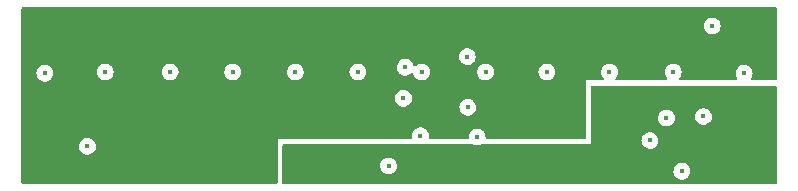
<source format=gbr>
%TF.GenerationSoftware,KiCad,Pcbnew,(6.0.0)*%
%TF.CreationDate,2022-04-23T18:16:59+01:00*%
%TF.ProjectId,pcb O,70636220-4f2e-46b6-9963-61645f706362,rev?*%
%TF.SameCoordinates,Original*%
%TF.FileFunction,Copper,L3,Inr*%
%TF.FilePolarity,Positive*%
%FSLAX46Y46*%
G04 Gerber Fmt 4.6, Leading zero omitted, Abs format (unit mm)*
G04 Created by KiCad (PCBNEW (6.0.0)) date 2022-04-23 18:16:59*
%MOMM*%
%LPD*%
G01*
G04 APERTURE LIST*
%TA.AperFunction,ViaPad*%
%ADD10C,0.400000*%
%TD*%
G04 APERTURE END LIST*
D10*
%TO.N,GND*%
X80000000Y-106848509D03*
X123305924Y-106837000D03*
X96200000Y-109000000D03*
X69100000Y-109000000D03*
X107000000Y-109000000D03*
X72700000Y-113400000D03*
X69100000Y-106798509D03*
X128700000Y-106900000D03*
X96200000Y-106848509D03*
X107000317Y-106848509D03*
X101602462Y-106848509D03*
X101600000Y-109000000D03*
X128700000Y-109000000D03*
X99100000Y-113700000D03*
X109800000Y-115000000D03*
X85407793Y-106848509D03*
X72300000Y-118300000D03*
X104600000Y-112900000D03*
X74500000Y-109000000D03*
X123300000Y-109000000D03*
X117907471Y-106848509D03*
X80000000Y-109000000D03*
X117900000Y-109000000D03*
X85400000Y-109000000D03*
X112500000Y-106848509D03*
X90800000Y-109000000D03*
X89800000Y-115400000D03*
X90800000Y-106848509D03*
X76100000Y-113400000D03*
X112500000Y-109000000D03*
X74502781Y-106798509D03*
%TO.N,GNDA*%
X122189588Y-115000000D03*
X115609588Y-114900000D03*
X112515000Y-118090000D03*
X120589588Y-116600000D03*
X92500000Y-116500000D03*
X120589588Y-115000000D03*
X122189588Y-116600000D03*
%TO.N,+3V3*%
X71100000Y-116300000D03*
X99300000Y-115400000D03*
X104100000Y-115500000D03*
%TO.N,+1V8*%
X96600000Y-117957440D03*
X120122688Y-113900000D03*
X123256488Y-113766900D03*
%TO.N,/RGB_VDD*%
X103262500Y-108700000D03*
X103300000Y-113000000D03*
%TO.N,/D2*%
X124000000Y-106100000D03*
X98000000Y-109600000D03*
X97854890Y-112232091D03*
%TO.N,/ELEC0*%
X126700000Y-110100000D03*
%TO.N,/ELEC1*%
X120700000Y-110000000D03*
%TO.N,/ELEC2*%
X115300000Y-110000000D03*
%TO.N,/ELEC3*%
X110000000Y-110000000D03*
%TO.N,/ELEC4*%
X104808276Y-109991724D03*
%TO.N,/ELEC5*%
X99400000Y-110000000D03*
%TO.N,/ELEC6*%
X94000000Y-110000000D03*
%TO.N,/ELEC7*%
X88700000Y-110000000D03*
%TO.N,/ELEC8*%
X83400000Y-110000000D03*
%TO.N,/ELEC9*%
X78100000Y-110000000D03*
%TO.N,/ELEC10*%
X72600000Y-110000000D03*
%TO.N,/ELEC11*%
X67500000Y-110100000D03*
%TO.N,Net-(C89-Pad1)*%
X121422688Y-118400000D03*
X118722688Y-115800000D03*
%TD*%
%TA.AperFunction,Conductor*%
%TO.N,GNDA*%
G36*
X129434121Y-111220002D02*
G01*
X129480614Y-111273658D01*
X129492000Y-111326000D01*
X129492000Y-119366000D01*
X129471998Y-119434121D01*
X129418342Y-119480614D01*
X129366000Y-119492000D01*
X87726000Y-119492000D01*
X87657879Y-119471998D01*
X87611386Y-119418342D01*
X87600000Y-119366000D01*
X87600000Y-117949966D01*
X95886335Y-117949966D01*
X95895744Y-118035191D01*
X95899515Y-118069344D01*
X95905153Y-118120415D01*
X95907762Y-118127546D01*
X95907763Y-118127548D01*
X95915688Y-118149204D01*
X95964085Y-118281455D01*
X96059730Y-118423789D01*
X96186565Y-118539200D01*
X96337268Y-118621025D01*
X96503139Y-118664541D01*
X96590586Y-118665914D01*
X96667003Y-118667115D01*
X96667006Y-118667115D01*
X96674602Y-118667234D01*
X96682006Y-118665538D01*
X96682008Y-118665538D01*
X96744846Y-118651146D01*
X96841759Y-118628950D01*
X96994958Y-118551899D01*
X97000729Y-118546970D01*
X97000732Y-118546968D01*
X97119578Y-118445463D01*
X97125355Y-118440529D01*
X97159849Y-118392526D01*
X120709023Y-118392526D01*
X120718432Y-118477751D01*
X120726995Y-118555311D01*
X120727841Y-118562975D01*
X120730450Y-118570106D01*
X120730451Y-118570108D01*
X120738376Y-118591764D01*
X120786773Y-118724015D01*
X120882418Y-118866349D01*
X121009253Y-118981760D01*
X121159956Y-119063585D01*
X121325827Y-119107101D01*
X121413274Y-119108474D01*
X121489691Y-119109675D01*
X121489694Y-119109675D01*
X121497290Y-119109794D01*
X121504694Y-119108098D01*
X121504696Y-119108098D01*
X121567534Y-119093706D01*
X121664447Y-119071510D01*
X121817646Y-118994459D01*
X121823417Y-118989530D01*
X121823420Y-118989528D01*
X121942266Y-118888023D01*
X121948043Y-118883089D01*
X122048112Y-118743830D01*
X122112073Y-118584720D01*
X122116242Y-118555425D01*
X122135654Y-118419031D01*
X122135654Y-118419027D01*
X122136235Y-118414947D01*
X122136392Y-118400000D01*
X122115790Y-118229758D01*
X122085352Y-118149204D01*
X122057859Y-118076447D01*
X122055175Y-118069344D01*
X121991345Y-117976471D01*
X121962347Y-117934278D01*
X121962346Y-117934276D01*
X121958045Y-117928019D01*
X121952374Y-117922966D01*
X121835681Y-117818996D01*
X121835678Y-117818994D01*
X121830009Y-117813943D01*
X121822013Y-117809709D01*
X121685169Y-117737254D01*
X121685170Y-117737254D01*
X121678457Y-117733700D01*
X121660884Y-117729286D01*
X121519510Y-117693775D01*
X121519506Y-117693775D01*
X121512139Y-117691924D01*
X121504540Y-117691884D01*
X121504538Y-117691884D01*
X121433082Y-117691510D01*
X121340657Y-117691026D01*
X121333277Y-117692798D01*
X121333275Y-117692798D01*
X121181290Y-117729286D01*
X121181286Y-117729287D01*
X121173911Y-117731058D01*
X121021527Y-117809709D01*
X120892303Y-117922439D01*
X120793698Y-118062739D01*
X120731406Y-118222509D01*
X120730414Y-118230042D01*
X120730414Y-118230043D01*
X120723646Y-118281455D01*
X120709023Y-118392526D01*
X97159849Y-118392526D01*
X97225424Y-118301270D01*
X97289385Y-118142160D01*
X97313547Y-117972387D01*
X97313704Y-117957440D01*
X97296339Y-117813943D01*
X97294015Y-117794739D01*
X97294014Y-117794736D01*
X97293102Y-117787198D01*
X97257432Y-117692798D01*
X97235171Y-117633887D01*
X97232487Y-117626784D01*
X97135357Y-117485459D01*
X97129686Y-117480406D01*
X97012993Y-117376436D01*
X97012990Y-117376434D01*
X97007321Y-117371383D01*
X96999325Y-117367149D01*
X96862481Y-117294694D01*
X96862482Y-117294694D01*
X96855769Y-117291140D01*
X96838196Y-117286726D01*
X96696822Y-117251215D01*
X96696818Y-117251215D01*
X96689451Y-117249364D01*
X96681852Y-117249324D01*
X96681850Y-117249324D01*
X96610394Y-117248950D01*
X96517969Y-117248466D01*
X96510589Y-117250238D01*
X96510587Y-117250238D01*
X96358602Y-117286726D01*
X96358598Y-117286727D01*
X96351223Y-117288498D01*
X96198839Y-117367149D01*
X96069615Y-117479879D01*
X95971010Y-117620179D01*
X95908718Y-117779949D01*
X95907726Y-117787482D01*
X95907726Y-117787483D01*
X95889141Y-117928653D01*
X95886335Y-117949966D01*
X87600000Y-117949966D01*
X87600000Y-116226000D01*
X87620002Y-116157879D01*
X87673658Y-116111386D01*
X87726000Y-116100000D01*
X89659818Y-116100000D01*
X89691793Y-116104125D01*
X89695785Y-116105172D01*
X89695787Y-116105172D01*
X89703139Y-116107101D01*
X89790586Y-116108474D01*
X89867003Y-116109675D01*
X89867006Y-116109675D01*
X89874602Y-116109794D01*
X89903482Y-116103180D01*
X89931609Y-116100000D01*
X99159818Y-116100000D01*
X99191793Y-116104125D01*
X99195785Y-116105172D01*
X99195787Y-116105172D01*
X99203139Y-116107101D01*
X99290586Y-116108474D01*
X99367003Y-116109675D01*
X99367006Y-116109675D01*
X99374602Y-116109794D01*
X99403482Y-116103180D01*
X99431609Y-116100000D01*
X103688159Y-116100000D01*
X103748281Y-116115269D01*
X103837268Y-116163585D01*
X104003139Y-116207101D01*
X104090586Y-116208474D01*
X104167003Y-116209675D01*
X104167006Y-116209675D01*
X104174602Y-116209794D01*
X104182006Y-116208098D01*
X104182008Y-116208098D01*
X104244846Y-116193706D01*
X104341759Y-116171510D01*
X104457229Y-116113435D01*
X104513842Y-116100000D01*
X113700000Y-116100000D01*
X113700000Y-115792526D01*
X118009023Y-115792526D01*
X118027841Y-115962975D01*
X118030450Y-115970106D01*
X118030451Y-115970108D01*
X118038376Y-115991764D01*
X118086773Y-116124015D01*
X118091010Y-116130321D01*
X118091012Y-116130324D01*
X118118688Y-116171510D01*
X118182418Y-116266349D01*
X118309253Y-116381760D01*
X118459956Y-116463585D01*
X118625827Y-116507101D01*
X118713274Y-116508474D01*
X118789691Y-116509675D01*
X118789694Y-116509675D01*
X118797290Y-116509794D01*
X118804694Y-116508098D01*
X118804696Y-116508098D01*
X118867534Y-116493706D01*
X118964447Y-116471510D01*
X119117646Y-116394459D01*
X119123417Y-116389530D01*
X119123420Y-116389528D01*
X119242266Y-116288023D01*
X119248043Y-116283089D01*
X119328222Y-116171510D01*
X119343680Y-116149998D01*
X119343681Y-116149997D01*
X119348112Y-116143830D01*
X119412073Y-115984720D01*
X119426537Y-115883089D01*
X119435654Y-115819031D01*
X119435654Y-115819027D01*
X119436235Y-115814947D01*
X119436392Y-115800000D01*
X119425150Y-115707101D01*
X119416703Y-115637299D01*
X119416702Y-115637296D01*
X119415790Y-115629758D01*
X119355175Y-115469344D01*
X119307516Y-115400000D01*
X119262347Y-115334278D01*
X119262346Y-115334276D01*
X119258045Y-115328019D01*
X119251861Y-115322509D01*
X119135681Y-115218996D01*
X119135678Y-115218994D01*
X119130009Y-115213943D01*
X119122013Y-115209709D01*
X119069411Y-115181858D01*
X118978457Y-115133700D01*
X118960884Y-115129286D01*
X118819510Y-115093775D01*
X118819506Y-115093775D01*
X118812139Y-115091924D01*
X118804540Y-115091884D01*
X118804538Y-115091884D01*
X118733082Y-115091510D01*
X118640657Y-115091026D01*
X118633277Y-115092798D01*
X118633275Y-115092798D01*
X118481290Y-115129286D01*
X118481286Y-115129287D01*
X118473911Y-115131058D01*
X118321527Y-115209709D01*
X118192303Y-115322439D01*
X118093698Y-115462739D01*
X118031406Y-115622509D01*
X118030414Y-115630042D01*
X118030414Y-115630043D01*
X118018043Y-115724015D01*
X118009023Y-115792526D01*
X113700000Y-115792526D01*
X113700000Y-113892526D01*
X119409023Y-113892526D01*
X119413934Y-113937008D01*
X119423540Y-114024015D01*
X119427841Y-114062975D01*
X119430450Y-114070106D01*
X119430451Y-114070108D01*
X119438376Y-114091764D01*
X119486773Y-114224015D01*
X119491010Y-114230321D01*
X119491012Y-114230324D01*
X119500088Y-114243830D01*
X119582418Y-114366349D01*
X119627204Y-114407101D01*
X119701822Y-114474998D01*
X119709253Y-114481760D01*
X119859956Y-114563585D01*
X120025827Y-114607101D01*
X120113274Y-114608474D01*
X120189691Y-114609675D01*
X120189694Y-114609675D01*
X120197290Y-114609794D01*
X120204694Y-114608098D01*
X120204696Y-114608098D01*
X120267534Y-114593706D01*
X120364447Y-114571510D01*
X120517646Y-114494459D01*
X120523417Y-114489530D01*
X120523420Y-114489528D01*
X120642266Y-114388023D01*
X120648043Y-114383089D01*
X120748112Y-114243830D01*
X120812073Y-114084720D01*
X120816242Y-114055425D01*
X120835654Y-113919031D01*
X120835654Y-113919027D01*
X120836235Y-113914947D01*
X120836392Y-113900000D01*
X120822094Y-113781847D01*
X120819381Y-113759426D01*
X122542823Y-113759426D01*
X122552232Y-113844651D01*
X122560444Y-113919031D01*
X122561641Y-113929875D01*
X122564250Y-113937006D01*
X122564251Y-113937008D01*
X122572176Y-113958664D01*
X122620573Y-114090915D01*
X122716218Y-114233249D01*
X122843053Y-114348660D01*
X122993756Y-114430485D01*
X123159627Y-114474001D01*
X123247074Y-114475374D01*
X123323491Y-114476575D01*
X123323494Y-114476575D01*
X123331090Y-114476694D01*
X123338494Y-114474998D01*
X123338496Y-114474998D01*
X123401334Y-114460606D01*
X123498247Y-114438410D01*
X123651446Y-114361359D01*
X123657217Y-114356430D01*
X123657220Y-114356428D01*
X123776066Y-114254923D01*
X123781843Y-114249989D01*
X123881912Y-114110730D01*
X123945873Y-113951620D01*
X123970035Y-113781847D01*
X123970192Y-113766900D01*
X123949590Y-113596658D01*
X123940088Y-113571510D01*
X123891659Y-113443347D01*
X123888975Y-113436244D01*
X123842996Y-113369344D01*
X123796147Y-113301178D01*
X123796146Y-113301176D01*
X123791845Y-113294919D01*
X123786174Y-113289866D01*
X123669481Y-113185896D01*
X123669478Y-113185894D01*
X123663809Y-113180843D01*
X123655813Y-113176609D01*
X123518969Y-113104154D01*
X123518970Y-113104154D01*
X123512257Y-113100600D01*
X123494684Y-113096186D01*
X123353310Y-113060675D01*
X123353306Y-113060675D01*
X123345939Y-113058824D01*
X123338340Y-113058784D01*
X123338338Y-113058784D01*
X123266882Y-113058410D01*
X123174457Y-113057926D01*
X123167077Y-113059698D01*
X123167075Y-113059698D01*
X123015090Y-113096186D01*
X123015086Y-113096187D01*
X123007711Y-113097958D01*
X122855327Y-113176609D01*
X122726103Y-113289339D01*
X122627498Y-113429639D01*
X122607177Y-113481760D01*
X122570260Y-113576447D01*
X122565206Y-113589409D01*
X122564214Y-113596942D01*
X122564214Y-113596943D01*
X122546729Y-113729758D01*
X122542823Y-113759426D01*
X120819381Y-113759426D01*
X120816703Y-113737299D01*
X120816702Y-113737296D01*
X120815790Y-113729758D01*
X120810194Y-113714947D01*
X120757859Y-113576447D01*
X120755175Y-113569344D01*
X120694980Y-113481760D01*
X120662347Y-113434278D01*
X120662346Y-113434276D01*
X120658045Y-113428019D01*
X120652374Y-113422966D01*
X120535681Y-113318996D01*
X120535678Y-113318994D01*
X120530009Y-113313943D01*
X120522013Y-113309709D01*
X120385169Y-113237254D01*
X120385170Y-113237254D01*
X120378457Y-113233700D01*
X120333625Y-113222439D01*
X120219510Y-113193775D01*
X120219506Y-113193775D01*
X120212139Y-113191924D01*
X120204540Y-113191884D01*
X120204538Y-113191884D01*
X120133082Y-113191510D01*
X120040657Y-113191026D01*
X120033277Y-113192798D01*
X120033275Y-113192798D01*
X119881290Y-113229286D01*
X119881286Y-113229287D01*
X119873911Y-113231058D01*
X119721527Y-113309709D01*
X119592303Y-113422439D01*
X119493698Y-113562739D01*
X119476402Y-113607101D01*
X119454380Y-113663585D01*
X119431406Y-113722509D01*
X119430414Y-113730042D01*
X119430414Y-113730043D01*
X119410051Y-113884720D01*
X119409023Y-113892526D01*
X113700000Y-113892526D01*
X113700000Y-111326000D01*
X113720002Y-111257879D01*
X113773658Y-111211386D01*
X113826000Y-111200000D01*
X129366000Y-111200000D01*
X129434121Y-111220002D01*
G37*
%TD.AperFunction*%
%TD*%
%TA.AperFunction,Conductor*%
%TO.N,GND*%
G36*
X129434121Y-104528002D02*
G01*
X129480614Y-104581658D01*
X129492000Y-104634000D01*
X129492000Y-110574000D01*
X129471998Y-110642121D01*
X129418342Y-110688614D01*
X129366000Y-110700000D01*
X127387043Y-110700000D01*
X127318922Y-110679998D01*
X127272429Y-110626342D01*
X127262325Y-110556068D01*
X127284721Y-110500473D01*
X127293170Y-110488715D01*
X127325424Y-110443830D01*
X127389385Y-110284720D01*
X127402231Y-110194459D01*
X127412966Y-110119031D01*
X127412966Y-110119027D01*
X127413547Y-110114947D01*
X127413704Y-110100000D01*
X127408869Y-110060043D01*
X127394015Y-109937299D01*
X127394014Y-109937296D01*
X127393102Y-109929758D01*
X127388236Y-109916879D01*
X127335171Y-109776447D01*
X127332487Y-109769344D01*
X127268641Y-109676447D01*
X127239659Y-109634278D01*
X127239658Y-109634276D01*
X127235357Y-109628019D01*
X127229686Y-109622966D01*
X127112993Y-109518996D01*
X127112990Y-109518994D01*
X127107321Y-109513943D01*
X127099325Y-109509709D01*
X127046723Y-109481858D01*
X126955769Y-109433700D01*
X126897230Y-109418996D01*
X126796822Y-109393775D01*
X126796818Y-109393775D01*
X126789451Y-109391924D01*
X126781852Y-109391884D01*
X126781850Y-109391884D01*
X126710394Y-109391510D01*
X126617969Y-109391026D01*
X126610589Y-109392798D01*
X126610587Y-109392798D01*
X126458602Y-109429286D01*
X126458598Y-109429287D01*
X126451223Y-109431058D01*
X126298839Y-109509709D01*
X126169615Y-109622439D01*
X126071010Y-109762739D01*
X126008718Y-109922509D01*
X126007726Y-109930042D01*
X126007726Y-109930043D01*
X125987495Y-110083718D01*
X125986335Y-110092526D01*
X126005153Y-110262975D01*
X126007762Y-110270106D01*
X126007763Y-110270108D01*
X126027490Y-110324015D01*
X126064085Y-110424015D01*
X126117649Y-110503726D01*
X126139041Y-110571420D01*
X126120437Y-110639936D01*
X126067745Y-110687518D01*
X126013067Y-110700000D01*
X121311692Y-110700000D01*
X121243571Y-110679998D01*
X121197078Y-110626342D01*
X121186974Y-110556068D01*
X121218943Y-110488715D01*
X121219584Y-110488018D01*
X121225355Y-110483089D01*
X121325424Y-110343830D01*
X121389385Y-110184720D01*
X121394732Y-110147149D01*
X121412966Y-110019031D01*
X121412966Y-110019027D01*
X121413547Y-110014947D01*
X121413704Y-110000000D01*
X121393102Y-109829758D01*
X121390083Y-109821767D01*
X121335171Y-109676447D01*
X121332487Y-109669344D01*
X121295101Y-109614947D01*
X121239659Y-109534278D01*
X121239658Y-109534276D01*
X121235357Y-109528019D01*
X121229686Y-109522966D01*
X121112993Y-109418996D01*
X121112990Y-109418994D01*
X121107321Y-109413943D01*
X121099325Y-109409709D01*
X120962481Y-109337254D01*
X120962482Y-109337254D01*
X120955769Y-109333700D01*
X120915456Y-109323574D01*
X120796822Y-109293775D01*
X120796818Y-109293775D01*
X120789451Y-109291924D01*
X120781852Y-109291884D01*
X120781850Y-109291884D01*
X120710394Y-109291510D01*
X120617969Y-109291026D01*
X120610589Y-109292798D01*
X120610587Y-109292798D01*
X120458602Y-109329286D01*
X120458598Y-109329287D01*
X120451223Y-109331058D01*
X120298839Y-109409709D01*
X120169615Y-109522439D01*
X120071010Y-109662739D01*
X120039864Y-109742624D01*
X120011945Y-109814233D01*
X120008718Y-109822509D01*
X120007726Y-109830042D01*
X120007726Y-109830043D01*
X119987425Y-109984250D01*
X119986335Y-109992526D01*
X119993789Y-110060043D01*
X120003406Y-110147149D01*
X120005153Y-110162975D01*
X120007762Y-110170106D01*
X120007763Y-110170108D01*
X120013353Y-110185384D01*
X120064085Y-110324015D01*
X120068322Y-110330321D01*
X120068324Y-110330324D01*
X120077400Y-110343830D01*
X120159730Y-110466349D01*
X120165345Y-110471458D01*
X120165350Y-110471464D01*
X120175618Y-110480807D01*
X120212540Y-110541447D01*
X120210817Y-110612423D01*
X120170995Y-110671199D01*
X120105717Y-110699116D01*
X120090818Y-110700000D01*
X115911692Y-110700000D01*
X115843571Y-110679998D01*
X115797078Y-110626342D01*
X115786974Y-110556068D01*
X115818943Y-110488715D01*
X115819584Y-110488018D01*
X115825355Y-110483089D01*
X115925424Y-110343830D01*
X115989385Y-110184720D01*
X115994732Y-110147149D01*
X116012966Y-110019031D01*
X116012966Y-110019027D01*
X116013547Y-110014947D01*
X116013704Y-110000000D01*
X115993102Y-109829758D01*
X115990083Y-109821767D01*
X115935171Y-109676447D01*
X115932487Y-109669344D01*
X115895101Y-109614947D01*
X115839659Y-109534278D01*
X115839658Y-109534276D01*
X115835357Y-109528019D01*
X115829686Y-109522966D01*
X115712993Y-109418996D01*
X115712990Y-109418994D01*
X115707321Y-109413943D01*
X115699325Y-109409709D01*
X115562481Y-109337254D01*
X115562482Y-109337254D01*
X115555769Y-109333700D01*
X115515456Y-109323574D01*
X115396822Y-109293775D01*
X115396818Y-109293775D01*
X115389451Y-109291924D01*
X115381852Y-109291884D01*
X115381850Y-109291884D01*
X115310394Y-109291510D01*
X115217969Y-109291026D01*
X115210589Y-109292798D01*
X115210587Y-109292798D01*
X115058602Y-109329286D01*
X115058598Y-109329287D01*
X115051223Y-109331058D01*
X114898839Y-109409709D01*
X114769615Y-109522439D01*
X114671010Y-109662739D01*
X114639864Y-109742624D01*
X114611945Y-109814233D01*
X114608718Y-109822509D01*
X114607726Y-109830042D01*
X114607726Y-109830043D01*
X114587425Y-109984250D01*
X114586335Y-109992526D01*
X114593789Y-110060043D01*
X114603406Y-110147149D01*
X114605153Y-110162975D01*
X114607762Y-110170106D01*
X114607763Y-110170108D01*
X114613353Y-110185384D01*
X114664085Y-110324015D01*
X114668322Y-110330321D01*
X114668324Y-110330324D01*
X114677400Y-110343830D01*
X114759730Y-110466349D01*
X114765345Y-110471458D01*
X114765350Y-110471464D01*
X114775618Y-110480807D01*
X114812540Y-110541447D01*
X114810817Y-110612423D01*
X114770995Y-110671199D01*
X114705717Y-110699116D01*
X114690818Y-110700000D01*
X113300000Y-110700000D01*
X113300000Y-115574000D01*
X113279998Y-115642121D01*
X113226342Y-115688614D01*
X113174000Y-115700000D01*
X104932412Y-115700000D01*
X104864291Y-115679998D01*
X104817798Y-115626342D01*
X104807669Y-115556246D01*
X104812966Y-115519029D01*
X104813547Y-115514947D01*
X104813704Y-115500000D01*
X104801612Y-115400076D01*
X104794015Y-115337299D01*
X104794014Y-115337296D01*
X104793102Y-115329758D01*
X104790337Y-115322439D01*
X104735171Y-115176447D01*
X104732487Y-115169344D01*
X104668641Y-115076447D01*
X104639659Y-115034278D01*
X104639658Y-115034276D01*
X104635357Y-115028019D01*
X104629686Y-115022966D01*
X104512993Y-114918996D01*
X104512990Y-114918994D01*
X104507321Y-114913943D01*
X104499325Y-114909709D01*
X104362481Y-114837254D01*
X104362482Y-114837254D01*
X104355769Y-114833700D01*
X104280119Y-114814698D01*
X104196822Y-114793775D01*
X104196818Y-114793775D01*
X104189451Y-114791924D01*
X104181852Y-114791884D01*
X104181850Y-114791884D01*
X104110394Y-114791510D01*
X104017969Y-114791026D01*
X104010589Y-114792798D01*
X104010587Y-114792798D01*
X103858602Y-114829286D01*
X103858598Y-114829287D01*
X103851223Y-114831058D01*
X103698839Y-114909709D01*
X103569615Y-115022439D01*
X103471010Y-115162739D01*
X103408718Y-115322509D01*
X103407726Y-115330042D01*
X103407726Y-115330043D01*
X103390257Y-115462739D01*
X103386335Y-115492526D01*
X103388355Y-115510822D01*
X103393803Y-115560174D01*
X103381397Y-115630078D01*
X103333167Y-115682178D01*
X103268564Y-115700000D01*
X100118180Y-115700000D01*
X100050059Y-115679998D01*
X100003566Y-115626342D01*
X99993437Y-115556246D01*
X100002027Y-115495894D01*
X100013547Y-115414947D01*
X100013704Y-115400000D01*
X99993102Y-115229758D01*
X99932487Y-115069344D01*
X99884828Y-115000000D01*
X99839659Y-114934278D01*
X99839658Y-114934276D01*
X99835357Y-114928019D01*
X99829686Y-114922966D01*
X99712993Y-114818996D01*
X99712990Y-114818994D01*
X99707321Y-114813943D01*
X99699325Y-114809709D01*
X99562481Y-114737254D01*
X99562482Y-114737254D01*
X99555769Y-114733700D01*
X99511216Y-114722509D01*
X99396822Y-114693775D01*
X99396818Y-114693775D01*
X99389451Y-114691924D01*
X99381852Y-114691884D01*
X99381850Y-114691884D01*
X99310394Y-114691510D01*
X99217969Y-114691026D01*
X99210589Y-114692798D01*
X99210587Y-114692798D01*
X99058602Y-114729286D01*
X99058598Y-114729287D01*
X99051223Y-114731058D01*
X98898839Y-114809709D01*
X98769615Y-114922439D01*
X98671010Y-115062739D01*
X98659631Y-115091924D01*
X98612058Y-115213943D01*
X98608718Y-115222509D01*
X98607726Y-115230042D01*
X98607726Y-115230043D01*
X98593606Y-115337299D01*
X98586335Y-115392526D01*
X98604410Y-115556246D01*
X98604844Y-115560173D01*
X98592438Y-115630077D01*
X98544209Y-115682178D01*
X98479605Y-115700000D01*
X87200000Y-115700000D01*
X87200000Y-119366000D01*
X87179998Y-119434121D01*
X87126342Y-119480614D01*
X87074000Y-119492000D01*
X65634000Y-119492000D01*
X65565879Y-119471998D01*
X65519386Y-119418342D01*
X65508000Y-119366000D01*
X65508000Y-116292526D01*
X70386335Y-116292526D01*
X70390446Y-116329758D01*
X70401486Y-116429758D01*
X70405153Y-116462975D01*
X70407762Y-116470106D01*
X70407763Y-116470108D01*
X70415688Y-116491764D01*
X70464085Y-116624015D01*
X70559730Y-116766349D01*
X70686565Y-116881760D01*
X70837268Y-116963585D01*
X71003139Y-117007101D01*
X71090586Y-117008474D01*
X71167003Y-117009675D01*
X71167006Y-117009675D01*
X71174602Y-117009794D01*
X71182006Y-117008098D01*
X71182008Y-117008098D01*
X71291202Y-116983089D01*
X71341759Y-116971510D01*
X71494958Y-116894459D01*
X71500729Y-116889530D01*
X71500732Y-116889528D01*
X71619578Y-116788023D01*
X71625355Y-116783089D01*
X71725424Y-116643830D01*
X71789385Y-116484720D01*
X71813547Y-116314947D01*
X71813704Y-116300000D01*
X71797196Y-116163585D01*
X71794015Y-116137299D01*
X71794014Y-116137296D01*
X71793102Y-116129758D01*
X71790337Y-116122439D01*
X71735171Y-115976447D01*
X71732487Y-115969344D01*
X71673206Y-115883089D01*
X71639659Y-115834278D01*
X71639658Y-115834276D01*
X71635357Y-115828019D01*
X71629686Y-115822966D01*
X71512993Y-115718996D01*
X71512990Y-115718994D01*
X71507321Y-115713943D01*
X71499325Y-115709709D01*
X71412212Y-115663585D01*
X71355769Y-115633700D01*
X71338196Y-115629286D01*
X71196822Y-115593775D01*
X71196818Y-115593775D01*
X71189451Y-115591924D01*
X71181852Y-115591884D01*
X71181850Y-115591884D01*
X71110394Y-115591510D01*
X71017969Y-115591026D01*
X71010589Y-115592798D01*
X71010587Y-115592798D01*
X70858602Y-115629286D01*
X70858598Y-115629287D01*
X70851223Y-115631058D01*
X70698839Y-115709709D01*
X70569615Y-115822439D01*
X70471010Y-115962739D01*
X70463594Y-115981760D01*
X70431692Y-116063585D01*
X70408718Y-116122509D01*
X70407726Y-116130042D01*
X70407726Y-116130043D01*
X70390257Y-116262739D01*
X70386335Y-116292526D01*
X65508000Y-116292526D01*
X65508000Y-112992526D01*
X102586335Y-112992526D01*
X102605153Y-113162975D01*
X102607762Y-113170106D01*
X102607763Y-113170108D01*
X102615418Y-113191026D01*
X102664085Y-113324015D01*
X102759730Y-113466349D01*
X102886565Y-113581760D01*
X103037268Y-113663585D01*
X103203139Y-113707101D01*
X103290586Y-113708474D01*
X103367003Y-113709675D01*
X103367006Y-113709675D01*
X103374602Y-113709794D01*
X103382006Y-113708098D01*
X103382008Y-113708098D01*
X103444846Y-113693706D01*
X103541759Y-113671510D01*
X103694958Y-113594459D01*
X103700729Y-113589530D01*
X103700732Y-113589528D01*
X103819578Y-113488023D01*
X103825355Y-113483089D01*
X103925424Y-113343830D01*
X103989385Y-113184720D01*
X104001733Y-113097958D01*
X104012966Y-113019031D01*
X104012966Y-113019027D01*
X104013547Y-113014947D01*
X104013704Y-113000000D01*
X103993102Y-112829758D01*
X103987092Y-112813851D01*
X103935171Y-112676447D01*
X103932487Y-112669344D01*
X103835357Y-112528019D01*
X103829686Y-112522966D01*
X103712993Y-112418996D01*
X103712990Y-112418994D01*
X103707321Y-112413943D01*
X103699325Y-112409709D01*
X103562481Y-112337254D01*
X103562482Y-112337254D01*
X103555769Y-112333700D01*
X103538196Y-112329286D01*
X103396822Y-112293775D01*
X103396818Y-112293775D01*
X103389451Y-112291924D01*
X103381852Y-112291884D01*
X103381850Y-112291884D01*
X103310394Y-112291510D01*
X103217969Y-112291026D01*
X103210589Y-112292798D01*
X103210587Y-112292798D01*
X103058602Y-112329286D01*
X103058598Y-112329287D01*
X103051223Y-112331058D01*
X102898839Y-112409709D01*
X102769615Y-112522439D01*
X102671010Y-112662739D01*
X102652970Y-112709010D01*
X102612094Y-112813851D01*
X102608718Y-112822509D01*
X102607726Y-112830042D01*
X102607726Y-112830043D01*
X102593018Y-112941766D01*
X102586335Y-112992526D01*
X65508000Y-112992526D01*
X65508000Y-112224617D01*
X97141225Y-112224617D01*
X97160043Y-112395066D01*
X97162652Y-112402197D01*
X97162653Y-112402199D01*
X97168800Y-112418996D01*
X97218975Y-112556106D01*
X97314620Y-112698440D01*
X97441455Y-112813851D01*
X97592158Y-112895676D01*
X97758029Y-112939192D01*
X97845476Y-112940565D01*
X97921893Y-112941766D01*
X97921896Y-112941766D01*
X97929492Y-112941885D01*
X97936896Y-112940189D01*
X97936898Y-112940189D01*
X97999736Y-112925797D01*
X98096649Y-112903601D01*
X98249848Y-112826550D01*
X98255619Y-112821621D01*
X98255622Y-112821619D01*
X98374468Y-112720114D01*
X98380245Y-112715180D01*
X98480314Y-112575921D01*
X98544275Y-112416811D01*
X98556732Y-112329286D01*
X98567856Y-112251122D01*
X98567856Y-112251118D01*
X98568437Y-112247038D01*
X98568594Y-112232091D01*
X98547992Y-112061849D01*
X98487377Y-111901435D01*
X98390247Y-111760110D01*
X98384576Y-111755057D01*
X98267883Y-111651087D01*
X98267880Y-111651085D01*
X98262211Y-111646034D01*
X98254215Y-111641800D01*
X98117371Y-111569345D01*
X98117372Y-111569345D01*
X98110659Y-111565791D01*
X98093086Y-111561377D01*
X97951712Y-111525866D01*
X97951708Y-111525866D01*
X97944341Y-111524015D01*
X97936742Y-111523975D01*
X97936740Y-111523975D01*
X97865284Y-111523601D01*
X97772859Y-111523117D01*
X97765479Y-111524889D01*
X97765477Y-111524889D01*
X97613492Y-111561377D01*
X97613488Y-111561378D01*
X97606113Y-111563149D01*
X97453729Y-111641800D01*
X97324505Y-111754530D01*
X97225900Y-111894830D01*
X97163608Y-112054600D01*
X97141225Y-112224617D01*
X65508000Y-112224617D01*
X65508000Y-110092526D01*
X66786335Y-110092526D01*
X66805153Y-110262975D01*
X66807762Y-110270106D01*
X66807763Y-110270108D01*
X66827490Y-110324015D01*
X66864085Y-110424015D01*
X66868321Y-110430319D01*
X66868324Y-110430324D01*
X66902248Y-110480807D01*
X66959730Y-110566349D01*
X66994372Y-110597871D01*
X67074959Y-110671199D01*
X67086565Y-110681760D01*
X67237268Y-110763585D01*
X67403139Y-110807101D01*
X67490586Y-110808474D01*
X67567003Y-110809675D01*
X67567006Y-110809675D01*
X67574602Y-110809794D01*
X67582006Y-110808098D01*
X67582008Y-110808098D01*
X67644846Y-110793706D01*
X67741759Y-110771510D01*
X67894958Y-110694459D01*
X67900729Y-110689530D01*
X67900732Y-110689528D01*
X68019578Y-110588023D01*
X68025355Y-110583089D01*
X68125424Y-110443830D01*
X68189385Y-110284720D01*
X68202231Y-110194459D01*
X68212966Y-110119031D01*
X68212966Y-110119027D01*
X68213547Y-110114947D01*
X68213704Y-110100000D01*
X68208869Y-110060043D01*
X68200698Y-109992526D01*
X71886335Y-109992526D01*
X71893789Y-110060043D01*
X71903406Y-110147149D01*
X71905153Y-110162975D01*
X71907762Y-110170106D01*
X71907763Y-110170108D01*
X71913353Y-110185384D01*
X71964085Y-110324015D01*
X71968322Y-110330321D01*
X71968324Y-110330324D01*
X71977400Y-110343830D01*
X72059730Y-110466349D01*
X72123147Y-110524054D01*
X72169629Y-110566349D01*
X72186565Y-110581760D01*
X72337268Y-110663585D01*
X72503139Y-110707101D01*
X72590586Y-110708474D01*
X72667003Y-110709675D01*
X72667006Y-110709675D01*
X72674602Y-110709794D01*
X72682006Y-110708098D01*
X72682008Y-110708098D01*
X72771864Y-110687518D01*
X72841759Y-110671510D01*
X72994958Y-110594459D01*
X73000729Y-110589530D01*
X73000732Y-110589528D01*
X73119578Y-110488023D01*
X73125355Y-110483089D01*
X73225424Y-110343830D01*
X73289385Y-110184720D01*
X73294732Y-110147149D01*
X73312966Y-110019031D01*
X73312966Y-110019027D01*
X73313547Y-110014947D01*
X73313704Y-110000000D01*
X73312800Y-109992526D01*
X77386335Y-109992526D01*
X77393789Y-110060043D01*
X77403406Y-110147149D01*
X77405153Y-110162975D01*
X77407762Y-110170106D01*
X77407763Y-110170108D01*
X77413353Y-110185384D01*
X77464085Y-110324015D01*
X77468322Y-110330321D01*
X77468324Y-110330324D01*
X77477400Y-110343830D01*
X77559730Y-110466349D01*
X77623147Y-110524054D01*
X77669629Y-110566349D01*
X77686565Y-110581760D01*
X77837268Y-110663585D01*
X78003139Y-110707101D01*
X78090586Y-110708474D01*
X78167003Y-110709675D01*
X78167006Y-110709675D01*
X78174602Y-110709794D01*
X78182006Y-110708098D01*
X78182008Y-110708098D01*
X78271864Y-110687518D01*
X78341759Y-110671510D01*
X78494958Y-110594459D01*
X78500729Y-110589530D01*
X78500732Y-110589528D01*
X78619578Y-110488023D01*
X78625355Y-110483089D01*
X78725424Y-110343830D01*
X78789385Y-110184720D01*
X78794732Y-110147149D01*
X78812966Y-110019031D01*
X78812966Y-110019027D01*
X78813547Y-110014947D01*
X78813704Y-110000000D01*
X78812800Y-109992526D01*
X82686335Y-109992526D01*
X82693789Y-110060043D01*
X82703406Y-110147149D01*
X82705153Y-110162975D01*
X82707762Y-110170106D01*
X82707763Y-110170108D01*
X82713353Y-110185384D01*
X82764085Y-110324015D01*
X82768322Y-110330321D01*
X82768324Y-110330324D01*
X82777400Y-110343830D01*
X82859730Y-110466349D01*
X82923147Y-110524054D01*
X82969629Y-110566349D01*
X82986565Y-110581760D01*
X83137268Y-110663585D01*
X83303139Y-110707101D01*
X83390586Y-110708474D01*
X83467003Y-110709675D01*
X83467006Y-110709675D01*
X83474602Y-110709794D01*
X83482006Y-110708098D01*
X83482008Y-110708098D01*
X83571864Y-110687518D01*
X83641759Y-110671510D01*
X83794958Y-110594459D01*
X83800729Y-110589530D01*
X83800732Y-110589528D01*
X83919578Y-110488023D01*
X83925355Y-110483089D01*
X84025424Y-110343830D01*
X84089385Y-110184720D01*
X84094732Y-110147149D01*
X84112966Y-110019031D01*
X84112966Y-110019027D01*
X84113547Y-110014947D01*
X84113704Y-110000000D01*
X84112800Y-109992526D01*
X87986335Y-109992526D01*
X87993789Y-110060043D01*
X88003406Y-110147149D01*
X88005153Y-110162975D01*
X88007762Y-110170106D01*
X88007763Y-110170108D01*
X88013353Y-110185384D01*
X88064085Y-110324015D01*
X88068322Y-110330321D01*
X88068324Y-110330324D01*
X88077400Y-110343830D01*
X88159730Y-110466349D01*
X88223147Y-110524054D01*
X88269629Y-110566349D01*
X88286565Y-110581760D01*
X88437268Y-110663585D01*
X88603139Y-110707101D01*
X88690586Y-110708474D01*
X88767003Y-110709675D01*
X88767006Y-110709675D01*
X88774602Y-110709794D01*
X88782006Y-110708098D01*
X88782008Y-110708098D01*
X88871864Y-110687518D01*
X88941759Y-110671510D01*
X89094958Y-110594459D01*
X89100729Y-110589530D01*
X89100732Y-110589528D01*
X89219578Y-110488023D01*
X89225355Y-110483089D01*
X89325424Y-110343830D01*
X89389385Y-110184720D01*
X89394732Y-110147149D01*
X89412966Y-110019031D01*
X89412966Y-110019027D01*
X89413547Y-110014947D01*
X89413704Y-110000000D01*
X89412800Y-109992526D01*
X93286335Y-109992526D01*
X93293789Y-110060043D01*
X93303406Y-110147149D01*
X93305153Y-110162975D01*
X93307762Y-110170106D01*
X93307763Y-110170108D01*
X93313353Y-110185384D01*
X93364085Y-110324015D01*
X93368322Y-110330321D01*
X93368324Y-110330324D01*
X93377400Y-110343830D01*
X93459730Y-110466349D01*
X93523147Y-110524054D01*
X93569629Y-110566349D01*
X93586565Y-110581760D01*
X93737268Y-110663585D01*
X93903139Y-110707101D01*
X93990586Y-110708474D01*
X94067003Y-110709675D01*
X94067006Y-110709675D01*
X94074602Y-110709794D01*
X94082006Y-110708098D01*
X94082008Y-110708098D01*
X94171864Y-110687518D01*
X94241759Y-110671510D01*
X94394958Y-110594459D01*
X94400729Y-110589530D01*
X94400732Y-110589528D01*
X94519578Y-110488023D01*
X94525355Y-110483089D01*
X94625424Y-110343830D01*
X94689385Y-110184720D01*
X94694732Y-110147149D01*
X94712966Y-110019031D01*
X94712966Y-110019027D01*
X94713547Y-110014947D01*
X94713704Y-110000000D01*
X94693102Y-109829758D01*
X94690083Y-109821767D01*
X94635171Y-109676447D01*
X94632487Y-109669344D01*
X94595101Y-109614947D01*
X94579692Y-109592526D01*
X97286335Y-109592526D01*
X97305153Y-109762975D01*
X97307762Y-109770106D01*
X97307763Y-109770108D01*
X97321320Y-109807153D01*
X97364085Y-109924015D01*
X97368322Y-109930321D01*
X97368324Y-109930324D01*
X97377400Y-109943830D01*
X97459730Y-110066349D01*
X97517627Y-110119031D01*
X97573760Y-110170108D01*
X97586565Y-110181760D01*
X97737268Y-110263585D01*
X97903139Y-110307101D01*
X97990586Y-110308474D01*
X98067003Y-110309675D01*
X98067006Y-110309675D01*
X98074602Y-110309794D01*
X98082006Y-110308098D01*
X98082008Y-110308098D01*
X98153325Y-110291764D01*
X98241759Y-110271510D01*
X98394958Y-110194459D01*
X98503045Y-110102143D01*
X98567834Y-110073113D01*
X98638034Y-110083718D01*
X98691356Y-110130592D01*
X98704971Y-110163042D01*
X98705153Y-110162975D01*
X98764085Y-110324015D01*
X98768322Y-110330321D01*
X98768324Y-110330324D01*
X98777400Y-110343830D01*
X98859730Y-110466349D01*
X98923147Y-110524054D01*
X98969629Y-110566349D01*
X98986565Y-110581760D01*
X99137268Y-110663585D01*
X99303139Y-110707101D01*
X99390586Y-110708474D01*
X99467003Y-110709675D01*
X99467006Y-110709675D01*
X99474602Y-110709794D01*
X99482006Y-110708098D01*
X99482008Y-110708098D01*
X99571864Y-110687518D01*
X99641759Y-110671510D01*
X99794958Y-110594459D01*
X99800729Y-110589530D01*
X99800732Y-110589528D01*
X99919578Y-110488023D01*
X99925355Y-110483089D01*
X100025424Y-110343830D01*
X100089385Y-110184720D01*
X100094732Y-110147149D01*
X100112966Y-110019031D01*
X100112966Y-110019027D01*
X100113547Y-110014947D01*
X100113704Y-110000000D01*
X100111798Y-109984250D01*
X104094611Y-109984250D01*
X104097545Y-110010822D01*
X104110768Y-110130592D01*
X104113429Y-110154699D01*
X104116038Y-110161830D01*
X104116039Y-110161832D01*
X104126993Y-110191764D01*
X104172361Y-110315739D01*
X104176598Y-110322045D01*
X104176600Y-110322048D01*
X104185676Y-110335554D01*
X104268006Y-110458073D01*
X104292990Y-110480807D01*
X104380070Y-110560043D01*
X104394841Y-110573484D01*
X104545544Y-110655309D01*
X104711415Y-110698825D01*
X104798862Y-110700198D01*
X104875279Y-110701399D01*
X104875282Y-110701399D01*
X104882878Y-110701518D01*
X104890282Y-110699822D01*
X104890284Y-110699822D01*
X104976839Y-110679998D01*
X105050035Y-110663234D01*
X105203234Y-110586183D01*
X105209005Y-110581254D01*
X105209008Y-110581252D01*
X105327854Y-110479747D01*
X105333631Y-110474813D01*
X105433700Y-110335554D01*
X105497661Y-110176444D01*
X105508530Y-110100076D01*
X105521242Y-110010755D01*
X105521242Y-110010751D01*
X105521823Y-110006671D01*
X105521897Y-109999581D01*
X105521937Y-109995857D01*
X105521937Y-109995851D01*
X105521972Y-109992526D01*
X109286335Y-109992526D01*
X109293789Y-110060043D01*
X109303406Y-110147149D01*
X109305153Y-110162975D01*
X109307762Y-110170106D01*
X109307763Y-110170108D01*
X109313353Y-110185384D01*
X109364085Y-110324015D01*
X109368322Y-110330321D01*
X109368324Y-110330324D01*
X109377400Y-110343830D01*
X109459730Y-110466349D01*
X109523147Y-110524054D01*
X109569629Y-110566349D01*
X109586565Y-110581760D01*
X109737268Y-110663585D01*
X109903139Y-110707101D01*
X109990586Y-110708474D01*
X110067003Y-110709675D01*
X110067006Y-110709675D01*
X110074602Y-110709794D01*
X110082006Y-110708098D01*
X110082008Y-110708098D01*
X110171864Y-110687518D01*
X110241759Y-110671510D01*
X110394958Y-110594459D01*
X110400729Y-110589530D01*
X110400732Y-110589528D01*
X110519578Y-110488023D01*
X110525355Y-110483089D01*
X110625424Y-110343830D01*
X110689385Y-110184720D01*
X110694732Y-110147149D01*
X110712966Y-110019031D01*
X110712966Y-110019027D01*
X110713547Y-110014947D01*
X110713704Y-110000000D01*
X110693102Y-109829758D01*
X110690083Y-109821767D01*
X110635171Y-109676447D01*
X110632487Y-109669344D01*
X110595101Y-109614947D01*
X110539659Y-109534278D01*
X110539658Y-109534276D01*
X110535357Y-109528019D01*
X110529686Y-109522966D01*
X110412993Y-109418996D01*
X110412990Y-109418994D01*
X110407321Y-109413943D01*
X110399325Y-109409709D01*
X110262481Y-109337254D01*
X110262482Y-109337254D01*
X110255769Y-109333700D01*
X110215456Y-109323574D01*
X110096822Y-109293775D01*
X110096818Y-109293775D01*
X110089451Y-109291924D01*
X110081852Y-109291884D01*
X110081850Y-109291884D01*
X110010394Y-109291510D01*
X109917969Y-109291026D01*
X109910589Y-109292798D01*
X109910587Y-109292798D01*
X109758602Y-109329286D01*
X109758598Y-109329287D01*
X109751223Y-109331058D01*
X109598839Y-109409709D01*
X109469615Y-109522439D01*
X109371010Y-109662739D01*
X109339864Y-109742624D01*
X109311945Y-109814233D01*
X109308718Y-109822509D01*
X109307726Y-109830042D01*
X109307726Y-109830043D01*
X109287425Y-109984250D01*
X109286335Y-109992526D01*
X105521972Y-109992526D01*
X105521980Y-109991724D01*
X105513786Y-109924015D01*
X105502291Y-109829023D01*
X105502290Y-109829020D01*
X105501378Y-109821482D01*
X105481857Y-109769819D01*
X105443447Y-109668171D01*
X105440763Y-109661068D01*
X105398792Y-109600000D01*
X105347935Y-109526002D01*
X105347934Y-109526000D01*
X105343633Y-109519743D01*
X105337962Y-109514690D01*
X105221269Y-109410720D01*
X105221266Y-109410718D01*
X105215597Y-109405667D01*
X105207601Y-109401433D01*
X105081260Y-109334539D01*
X105064045Y-109325424D01*
X105046472Y-109321010D01*
X104905098Y-109285499D01*
X104905094Y-109285499D01*
X104897727Y-109283648D01*
X104890128Y-109283608D01*
X104890126Y-109283608D01*
X104818670Y-109283234D01*
X104726245Y-109282750D01*
X104718865Y-109284522D01*
X104718863Y-109284522D01*
X104566878Y-109321010D01*
X104566874Y-109321011D01*
X104559499Y-109322782D01*
X104407115Y-109401433D01*
X104277891Y-109514163D01*
X104179286Y-109654463D01*
X104173484Y-109669344D01*
X104128501Y-109784720D01*
X104116994Y-109814233D01*
X104116002Y-109821766D01*
X104116002Y-109821767D01*
X104114913Y-109830043D01*
X104094611Y-109984250D01*
X100111798Y-109984250D01*
X100093102Y-109829758D01*
X100090083Y-109821767D01*
X100035171Y-109676447D01*
X100032487Y-109669344D01*
X99995101Y-109614947D01*
X99939659Y-109534278D01*
X99939658Y-109534276D01*
X99935357Y-109528019D01*
X99929686Y-109522966D01*
X99812993Y-109418996D01*
X99812990Y-109418994D01*
X99807321Y-109413943D01*
X99799325Y-109409709D01*
X99662481Y-109337254D01*
X99662482Y-109337254D01*
X99655769Y-109333700D01*
X99615456Y-109323574D01*
X99496822Y-109293775D01*
X99496818Y-109293775D01*
X99489451Y-109291924D01*
X99481852Y-109291884D01*
X99481850Y-109291884D01*
X99410394Y-109291510D01*
X99317969Y-109291026D01*
X99310589Y-109292798D01*
X99310587Y-109292798D01*
X99158602Y-109329286D01*
X99158598Y-109329287D01*
X99151223Y-109331058D01*
X98998839Y-109409709D01*
X98993122Y-109414696D01*
X98993115Y-109414701D01*
X98898080Y-109497606D01*
X98833598Y-109527314D01*
X98763291Y-109517444D01*
X98709481Y-109471131D01*
X98693682Y-109434552D01*
X98693102Y-109429758D01*
X98632487Y-109269344D01*
X98568965Y-109176919D01*
X98539659Y-109134278D01*
X98539658Y-109134276D01*
X98535357Y-109128019D01*
X98529686Y-109122966D01*
X98412993Y-109018996D01*
X98412990Y-109018994D01*
X98407321Y-109013943D01*
X98399325Y-109009709D01*
X98262481Y-108937254D01*
X98262482Y-108937254D01*
X98255769Y-108933700D01*
X98238196Y-108929286D01*
X98096822Y-108893775D01*
X98096818Y-108893775D01*
X98089451Y-108891924D01*
X98081852Y-108891884D01*
X98081850Y-108891884D01*
X98010394Y-108891510D01*
X97917969Y-108891026D01*
X97910589Y-108892798D01*
X97910587Y-108892798D01*
X97758602Y-108929286D01*
X97758598Y-108929287D01*
X97751223Y-108931058D01*
X97598839Y-109009709D01*
X97469615Y-109122439D01*
X97371010Y-109262739D01*
X97358910Y-109293775D01*
X97312058Y-109413943D01*
X97308718Y-109422509D01*
X97307726Y-109430042D01*
X97307726Y-109430043D01*
X97295493Y-109522966D01*
X97286335Y-109592526D01*
X94579692Y-109592526D01*
X94539659Y-109534278D01*
X94539658Y-109534276D01*
X94535357Y-109528019D01*
X94529686Y-109522966D01*
X94412993Y-109418996D01*
X94412990Y-109418994D01*
X94407321Y-109413943D01*
X94399325Y-109409709D01*
X94262481Y-109337254D01*
X94262482Y-109337254D01*
X94255769Y-109333700D01*
X94215456Y-109323574D01*
X94096822Y-109293775D01*
X94096818Y-109293775D01*
X94089451Y-109291924D01*
X94081852Y-109291884D01*
X94081850Y-109291884D01*
X94010394Y-109291510D01*
X93917969Y-109291026D01*
X93910589Y-109292798D01*
X93910587Y-109292798D01*
X93758602Y-109329286D01*
X93758598Y-109329287D01*
X93751223Y-109331058D01*
X93598839Y-109409709D01*
X93469615Y-109522439D01*
X93371010Y-109662739D01*
X93339864Y-109742624D01*
X93311945Y-109814233D01*
X93308718Y-109822509D01*
X93307726Y-109830042D01*
X93307726Y-109830043D01*
X93287425Y-109984250D01*
X93286335Y-109992526D01*
X89412800Y-109992526D01*
X89393102Y-109829758D01*
X89390083Y-109821767D01*
X89335171Y-109676447D01*
X89332487Y-109669344D01*
X89295101Y-109614947D01*
X89239659Y-109534278D01*
X89239658Y-109534276D01*
X89235357Y-109528019D01*
X89229686Y-109522966D01*
X89112993Y-109418996D01*
X89112990Y-109418994D01*
X89107321Y-109413943D01*
X89099325Y-109409709D01*
X88962481Y-109337254D01*
X88962482Y-109337254D01*
X88955769Y-109333700D01*
X88915456Y-109323574D01*
X88796822Y-109293775D01*
X88796818Y-109293775D01*
X88789451Y-109291924D01*
X88781852Y-109291884D01*
X88781850Y-109291884D01*
X88710394Y-109291510D01*
X88617969Y-109291026D01*
X88610589Y-109292798D01*
X88610587Y-109292798D01*
X88458602Y-109329286D01*
X88458598Y-109329287D01*
X88451223Y-109331058D01*
X88298839Y-109409709D01*
X88169615Y-109522439D01*
X88071010Y-109662739D01*
X88039864Y-109742624D01*
X88011945Y-109814233D01*
X88008718Y-109822509D01*
X88007726Y-109830042D01*
X88007726Y-109830043D01*
X87987425Y-109984250D01*
X87986335Y-109992526D01*
X84112800Y-109992526D01*
X84093102Y-109829758D01*
X84090083Y-109821767D01*
X84035171Y-109676447D01*
X84032487Y-109669344D01*
X83995101Y-109614947D01*
X83939659Y-109534278D01*
X83939658Y-109534276D01*
X83935357Y-109528019D01*
X83929686Y-109522966D01*
X83812993Y-109418996D01*
X83812990Y-109418994D01*
X83807321Y-109413943D01*
X83799325Y-109409709D01*
X83662481Y-109337254D01*
X83662482Y-109337254D01*
X83655769Y-109333700D01*
X83615456Y-109323574D01*
X83496822Y-109293775D01*
X83496818Y-109293775D01*
X83489451Y-109291924D01*
X83481852Y-109291884D01*
X83481850Y-109291884D01*
X83410394Y-109291510D01*
X83317969Y-109291026D01*
X83310589Y-109292798D01*
X83310587Y-109292798D01*
X83158602Y-109329286D01*
X83158598Y-109329287D01*
X83151223Y-109331058D01*
X82998839Y-109409709D01*
X82869615Y-109522439D01*
X82771010Y-109662739D01*
X82739864Y-109742624D01*
X82711945Y-109814233D01*
X82708718Y-109822509D01*
X82707726Y-109830042D01*
X82707726Y-109830043D01*
X82687425Y-109984250D01*
X82686335Y-109992526D01*
X78812800Y-109992526D01*
X78793102Y-109829758D01*
X78790083Y-109821767D01*
X78735171Y-109676447D01*
X78732487Y-109669344D01*
X78695101Y-109614947D01*
X78639659Y-109534278D01*
X78639658Y-109534276D01*
X78635357Y-109528019D01*
X78629686Y-109522966D01*
X78512993Y-109418996D01*
X78512990Y-109418994D01*
X78507321Y-109413943D01*
X78499325Y-109409709D01*
X78362481Y-109337254D01*
X78362482Y-109337254D01*
X78355769Y-109333700D01*
X78315456Y-109323574D01*
X78196822Y-109293775D01*
X78196818Y-109293775D01*
X78189451Y-109291924D01*
X78181852Y-109291884D01*
X78181850Y-109291884D01*
X78110394Y-109291510D01*
X78017969Y-109291026D01*
X78010589Y-109292798D01*
X78010587Y-109292798D01*
X77858602Y-109329286D01*
X77858598Y-109329287D01*
X77851223Y-109331058D01*
X77698839Y-109409709D01*
X77569615Y-109522439D01*
X77471010Y-109662739D01*
X77439864Y-109742624D01*
X77411945Y-109814233D01*
X77408718Y-109822509D01*
X77407726Y-109830042D01*
X77407726Y-109830043D01*
X77387425Y-109984250D01*
X77386335Y-109992526D01*
X73312800Y-109992526D01*
X73293102Y-109829758D01*
X73290083Y-109821767D01*
X73235171Y-109676447D01*
X73232487Y-109669344D01*
X73195101Y-109614947D01*
X73139659Y-109534278D01*
X73139658Y-109534276D01*
X73135357Y-109528019D01*
X73129686Y-109522966D01*
X73012993Y-109418996D01*
X73012990Y-109418994D01*
X73007321Y-109413943D01*
X72999325Y-109409709D01*
X72862481Y-109337254D01*
X72862482Y-109337254D01*
X72855769Y-109333700D01*
X72815456Y-109323574D01*
X72696822Y-109293775D01*
X72696818Y-109293775D01*
X72689451Y-109291924D01*
X72681852Y-109291884D01*
X72681850Y-109291884D01*
X72610394Y-109291510D01*
X72517969Y-109291026D01*
X72510589Y-109292798D01*
X72510587Y-109292798D01*
X72358602Y-109329286D01*
X72358598Y-109329287D01*
X72351223Y-109331058D01*
X72198839Y-109409709D01*
X72069615Y-109522439D01*
X71971010Y-109662739D01*
X71939864Y-109742624D01*
X71911945Y-109814233D01*
X71908718Y-109822509D01*
X71907726Y-109830042D01*
X71907726Y-109830043D01*
X71887425Y-109984250D01*
X71886335Y-109992526D01*
X68200698Y-109992526D01*
X68194015Y-109937299D01*
X68194014Y-109937296D01*
X68193102Y-109929758D01*
X68188236Y-109916879D01*
X68135171Y-109776447D01*
X68132487Y-109769344D01*
X68068641Y-109676447D01*
X68039659Y-109634278D01*
X68039658Y-109634276D01*
X68035357Y-109628019D01*
X68029686Y-109622966D01*
X67912993Y-109518996D01*
X67912990Y-109518994D01*
X67907321Y-109513943D01*
X67899325Y-109509709D01*
X67846723Y-109481858D01*
X67755769Y-109433700D01*
X67697230Y-109418996D01*
X67596822Y-109393775D01*
X67596818Y-109393775D01*
X67589451Y-109391924D01*
X67581852Y-109391884D01*
X67581850Y-109391884D01*
X67510394Y-109391510D01*
X67417969Y-109391026D01*
X67410589Y-109392798D01*
X67410587Y-109392798D01*
X67258602Y-109429286D01*
X67258598Y-109429287D01*
X67251223Y-109431058D01*
X67098839Y-109509709D01*
X66969615Y-109622439D01*
X66871010Y-109762739D01*
X66808718Y-109922509D01*
X66807726Y-109930042D01*
X66807726Y-109930043D01*
X66787495Y-110083718D01*
X66786335Y-110092526D01*
X65508000Y-110092526D01*
X65508000Y-108692526D01*
X102548835Y-108692526D01*
X102567653Y-108862975D01*
X102570262Y-108870106D01*
X102570263Y-108870108D01*
X102578924Y-108893775D01*
X102626585Y-109024015D01*
X102722230Y-109166349D01*
X102785647Y-109224054D01*
X102828543Y-109263086D01*
X102849065Y-109281760D01*
X102999768Y-109363585D01*
X103165639Y-109407101D01*
X103253086Y-109408474D01*
X103329503Y-109409675D01*
X103329506Y-109409675D01*
X103337102Y-109409794D01*
X103344506Y-109408098D01*
X103344508Y-109408098D01*
X103418873Y-109391066D01*
X103504259Y-109371510D01*
X103657458Y-109294459D01*
X103663229Y-109289530D01*
X103663232Y-109289528D01*
X103782078Y-109188023D01*
X103787855Y-109183089D01*
X103887924Y-109043830D01*
X103951885Y-108884720D01*
X103976047Y-108714947D01*
X103976204Y-108700000D01*
X103955602Y-108529758D01*
X103894987Y-108369344D01*
X103797857Y-108228019D01*
X103792186Y-108222966D01*
X103675493Y-108118996D01*
X103675490Y-108118994D01*
X103669821Y-108113943D01*
X103661825Y-108109709D01*
X103524981Y-108037254D01*
X103524982Y-108037254D01*
X103518269Y-108033700D01*
X103500696Y-108029286D01*
X103359322Y-107993775D01*
X103359318Y-107993775D01*
X103351951Y-107991924D01*
X103344352Y-107991884D01*
X103344350Y-107991884D01*
X103272894Y-107991510D01*
X103180469Y-107991026D01*
X103173089Y-107992798D01*
X103173087Y-107992798D01*
X103021102Y-108029286D01*
X103021098Y-108029287D01*
X103013723Y-108031058D01*
X102861339Y-108109709D01*
X102732115Y-108222439D01*
X102633510Y-108362739D01*
X102571218Y-108522509D01*
X102548835Y-108692526D01*
X65508000Y-108692526D01*
X65508000Y-106092526D01*
X123286335Y-106092526D01*
X123305153Y-106262975D01*
X123307762Y-106270106D01*
X123307763Y-106270108D01*
X123315688Y-106291764D01*
X123364085Y-106424015D01*
X123459730Y-106566349D01*
X123586565Y-106681760D01*
X123737268Y-106763585D01*
X123903139Y-106807101D01*
X123990586Y-106808474D01*
X124067003Y-106809675D01*
X124067006Y-106809675D01*
X124074602Y-106809794D01*
X124082006Y-106808098D01*
X124082008Y-106808098D01*
X124144846Y-106793706D01*
X124241759Y-106771510D01*
X124394958Y-106694459D01*
X124400729Y-106689530D01*
X124400732Y-106689528D01*
X124519578Y-106588023D01*
X124525355Y-106583089D01*
X124625424Y-106443830D01*
X124689385Y-106284720D01*
X124713547Y-106114947D01*
X124713704Y-106100000D01*
X124693102Y-105929758D01*
X124632487Y-105769344D01*
X124535357Y-105628019D01*
X124529686Y-105622966D01*
X124412993Y-105518996D01*
X124412990Y-105518994D01*
X124407321Y-105513943D01*
X124399325Y-105509709D01*
X124262481Y-105437254D01*
X124262482Y-105437254D01*
X124255769Y-105433700D01*
X124238196Y-105429286D01*
X124096822Y-105393775D01*
X124096818Y-105393775D01*
X124089451Y-105391924D01*
X124081852Y-105391884D01*
X124081850Y-105391884D01*
X124010394Y-105391510D01*
X123917969Y-105391026D01*
X123910589Y-105392798D01*
X123910587Y-105392798D01*
X123758602Y-105429286D01*
X123758598Y-105429287D01*
X123751223Y-105431058D01*
X123598839Y-105509709D01*
X123469615Y-105622439D01*
X123371010Y-105762739D01*
X123308718Y-105922509D01*
X123286335Y-106092526D01*
X65508000Y-106092526D01*
X65508000Y-104634000D01*
X65528002Y-104565879D01*
X65581658Y-104519386D01*
X65634000Y-104508000D01*
X129366000Y-104508000D01*
X129434121Y-104528002D01*
G37*
%TD.AperFunction*%
%TD*%
M02*

</source>
